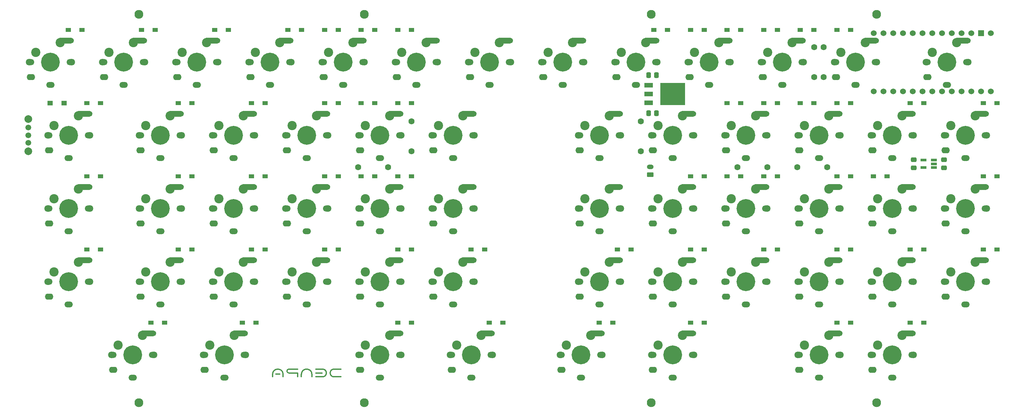
<source format=gbr>
%TF.GenerationSoftware,KiCad,Pcbnew,(6.0.5-0)*%
%TF.CreationDate,2022-06-30T23:22:05+09:00*%
%TF.ProjectId,denpa,64656e70-612e-46b6-9963-61645f706362,1*%
%TF.SameCoordinates,Original*%
%TF.FileFunction,Soldermask,Bot*%
%TF.FilePolarity,Negative*%
%FSLAX46Y46*%
G04 Gerber Fmt 4.6, Leading zero omitted, Abs format (unit mm)*
G04 Created by KiCad (PCBNEW (6.0.5-0)) date 2022-06-30 23:22:05*
%MOMM*%
%LPD*%
G01*
G04 APERTURE LIST*
G04 Aperture macros list*
%AMRoundRect*
0 Rectangle with rounded corners*
0 $1 Rounding radius*
0 $2 $3 $4 $5 $6 $7 $8 $9 X,Y pos of 4 corners*
0 Add a 4 corners polygon primitive as box body*
4,1,4,$2,$3,$4,$5,$6,$7,$8,$9,$2,$3,0*
0 Add four circle primitives for the rounded corners*
1,1,$1+$1,$2,$3*
1,1,$1+$1,$4,$5*
1,1,$1+$1,$6,$7*
1,1,$1+$1,$8,$9*
0 Add four rect primitives between the rounded corners*
20,1,$1+$1,$2,$3,$4,$5,0*
20,1,$1+$1,$4,$5,$6,$7,0*
20,1,$1+$1,$6,$7,$8,$9,0*
20,1,$1+$1,$8,$9,$2,$3,0*%
%AMHorizOval*
0 Thick line with rounded ends*
0 $1 width*
0 $2 $3 position (X,Y) of the first rounded end (center of the circle)*
0 $4 $5 position (X,Y) of the second rounded end (center of the circle)*
0 Add line between two ends*
20,1,$1,$2,$3,$4,$5,0*
0 Add two circle primitives to create the rounded ends*
1,1,$1,$2,$3*
1,1,$1,$4,$5*%
G04 Aperture macros list end*
%ADD10C,0.300000*%
%ADD11R,1.400000X1.000000*%
%ADD12C,1.700000*%
%ADD13C,1.800000*%
%ADD14C,4.900000*%
%ADD15C,2.400000*%
%ADD16O,2.200000X1.600000*%
%ADD17O,2.200000X1.500000*%
%ADD18HorizOval,1.500000X1.449945X0.012653X-1.449945X-0.012653X0*%
%ADD19C,2.300000*%
%ADD20C,1.524000*%
%ADD21R,1.524000X1.524000*%
%ADD22R,2.200000X1.200000*%
%ADD23R,6.400000X5.800000*%
%ADD24RoundRect,0.250000X0.625000X-0.350000X0.625000X0.350000X-0.625000X0.350000X-0.625000X-0.350000X0*%
%ADD25O,1.750000X1.200000*%
%ADD26RoundRect,0.250000X-0.337500X-0.475000X0.337500X-0.475000X0.337500X0.475000X-0.337500X0.475000X0*%
%ADD27RoundRect,0.250000X0.475000X-0.337500X0.475000X0.337500X-0.475000X0.337500X-0.475000X-0.337500X0*%
%ADD28C,1.600000*%
%ADD29R,1.560000X0.650000*%
%ADD30C,2.000000*%
%ADD31C,1.500000*%
%ADD32R,1.440000X1.200000*%
G04 APERTURE END LIST*
D10*
%TO.C,bg-logo*%
X96320000Y-138620000D02*
X94070000Y-138620000D01*
X89820000Y-139995000D02*
X89820000Y-140620000D01*
X101070000Y-138620000D02*
X102820000Y-138620000D01*
X96320000Y-139620000D02*
X96320000Y-140620000D01*
X96320000Y-139620000D02*
X94070000Y-139620000D01*
X101070000Y-139620000D02*
X102695000Y-139620000D01*
X100070000Y-140620000D02*
X100070000Y-139995000D01*
X107570000Y-138620000D02*
X105820000Y-138620000D01*
X97320000Y-140620000D02*
X97320000Y-139995000D01*
X91695000Y-139870000D02*
X90695000Y-139870000D01*
X107570000Y-140620000D02*
X105820000Y-140620000D01*
X92570000Y-139995000D02*
X92570000Y-140620000D01*
X101070000Y-140620000D02*
X102820000Y-140620000D01*
X94070000Y-138620000D02*
G75*
G03*
X94070000Y-139620000I0J-500000D01*
G01*
X92570000Y-139995000D02*
G75*
G03*
X89820000Y-139995000I-1375000J0D01*
G01*
X102820000Y-140620000D02*
G75*
G03*
X102820000Y-138620000I0J1000000D01*
G01*
X100070000Y-139995000D02*
G75*
G03*
X97320000Y-139995000I-1375000J0D01*
G01*
X105820000Y-138620000D02*
G75*
G03*
X105820000Y-140620000I0J-1000000D01*
G01*
%TD*%
D11*
%TO.C,D4*%
X45012500Y-107500000D03*
X41462500Y-107500000D03*
%TD*%
%TO.C,D11*%
X78350000Y-50350000D03*
X74800000Y-50350000D03*
%TD*%
%TO.C,D32*%
X125975000Y-50350000D03*
X122425000Y-50350000D03*
%TD*%
%TO.C,D48*%
X221225000Y-50350000D03*
X217675000Y-50350000D03*
%TD*%
%TO.C,D59*%
X240275000Y-50350000D03*
X236725000Y-50350000D03*
%TD*%
%TO.C,D44*%
X211700000Y-50350000D03*
X208150000Y-50350000D03*
%TD*%
D12*
%TO.C,SW13*%
X84725000Y-96800000D03*
D13*
X85145000Y-96800000D03*
D14*
X79645000Y-96800000D03*
D13*
X74145000Y-96800000D03*
D12*
X74565000Y-96800000D03*
D15*
X75835000Y-94260000D03*
D16*
X74545000Y-100700000D03*
D17*
X79645000Y-102700000D03*
D15*
X82185000Y-91720000D03*
D18*
X83545042Y-91259599D03*
%TD*%
D13*
%TO.C,SW53*%
X256595000Y-96800000D03*
X245595000Y-96800000D03*
D12*
X256175000Y-96800000D03*
D14*
X251095000Y-96800000D03*
D12*
X246015000Y-96800000D03*
D15*
X247285000Y-94260000D03*
D16*
X245995000Y-100700000D03*
D17*
X251095000Y-102700000D03*
D15*
X253635000Y-91720000D03*
D18*
X254995042Y-91259599D03*
%TD*%
D12*
%TO.C,SW12*%
X84725000Y-77750000D03*
D13*
X74145000Y-77750000D03*
D12*
X74565000Y-77750000D03*
D14*
X79645000Y-77750000D03*
D13*
X85145000Y-77750000D03*
D15*
X75835000Y-75210000D03*
D16*
X74545000Y-81650000D03*
D15*
X82185000Y-72670000D03*
D17*
X79645000Y-83650000D03*
D18*
X83545042Y-72209599D03*
%TD*%
D11*
%TO.C,D17*%
X106925000Y-69400000D03*
X103375000Y-69400000D03*
%TD*%
%TO.C,D37*%
X183125000Y-107500000D03*
X179575000Y-107500000D03*
%TD*%
%TO.C,D14*%
X87875000Y-107500000D03*
X84325000Y-107500000D03*
%TD*%
%TO.C,D54*%
X230750000Y-50350000D03*
X227200000Y-50350000D03*
%TD*%
%TO.C,D43*%
X202175000Y-126550000D03*
X198625000Y-126550000D03*
%TD*%
%TO.C,D24*%
X125975000Y-107500000D03*
X122425000Y-107500000D03*
%TD*%
D13*
%TO.C,SW56*%
X270882500Y-58700000D03*
D12*
X260302500Y-58700000D03*
X270462500Y-58700000D03*
D13*
X259882500Y-58700000D03*
D14*
X265382500Y-58700000D03*
D16*
X260282500Y-62600000D03*
D15*
X261572500Y-56160000D03*
D18*
X269282542Y-53159599D03*
D15*
X267922500Y-53620000D03*
D17*
X265382500Y-64600000D03*
%TD*%
D12*
%TO.C,SW30*%
X136477500Y-134900000D03*
D13*
X147057500Y-134900000D03*
D14*
X141557500Y-134900000D03*
D12*
X146637500Y-134900000D03*
D13*
X136057500Y-134900000D03*
D15*
X137747500Y-132360000D03*
D16*
X136457500Y-138800000D03*
D17*
X141557500Y-140800000D03*
D18*
X145457542Y-129359599D03*
D15*
X144097500Y-129820000D03*
%TD*%
D14*
%TO.C,SW21*%
X108220000Y-58700000D03*
D12*
X113300000Y-58700000D03*
D13*
X113720000Y-58700000D03*
X102720000Y-58700000D03*
D12*
X103140000Y-58700000D03*
D15*
X104410000Y-56160000D03*
D16*
X103120000Y-62600000D03*
D18*
X112120042Y-53159599D03*
D17*
X108220000Y-64600000D03*
D15*
X110760000Y-53620000D03*
%TD*%
D13*
%TO.C,SW44*%
X207495000Y-96800000D03*
D14*
X212995000Y-96800000D03*
D13*
X218495000Y-96800000D03*
D12*
X207915000Y-96800000D03*
X218075000Y-96800000D03*
D15*
X209185000Y-94260000D03*
D16*
X207895000Y-100700000D03*
D15*
X215535000Y-91720000D03*
D17*
X212995000Y-102700000D03*
D18*
X216895042Y-91259599D03*
%TD*%
D12*
%TO.C,SW27*%
X141870000Y-77750000D03*
D13*
X131290000Y-77750000D03*
X142290000Y-77750000D03*
D12*
X131710000Y-77750000D03*
D14*
X136790000Y-77750000D03*
D16*
X131690000Y-81650000D03*
D15*
X132980000Y-75210000D03*
D17*
X136790000Y-83650000D03*
D18*
X140690042Y-72209599D03*
D15*
X139330000Y-72670000D03*
%TD*%
D12*
%TO.C,SW6*%
X45990000Y-58700000D03*
D14*
X51070000Y-58700000D03*
D12*
X56150000Y-58700000D03*
D13*
X45570000Y-58700000D03*
X56570000Y-58700000D03*
D15*
X47260000Y-56160000D03*
D16*
X45970000Y-62600000D03*
D15*
X53610000Y-53620000D03*
D18*
X54970042Y-53159599D03*
D17*
X51070000Y-64600000D03*
%TD*%
D11*
%TO.C,D40*%
X221225000Y-69400000D03*
X217675000Y-69400000D03*
%TD*%
D13*
%TO.C,SW23*%
X123245000Y-96800000D03*
D14*
X117745000Y-96800000D03*
D12*
X112665000Y-96800000D03*
X122825000Y-96800000D03*
D13*
X112245000Y-96800000D03*
D15*
X113935000Y-94260000D03*
D16*
X112645000Y-100700000D03*
D15*
X120285000Y-91720000D03*
D17*
X117745000Y-102700000D03*
D18*
X121645042Y-91259599D03*
%TD*%
D13*
%TO.C,SW8*%
X55095000Y-96800000D03*
D12*
X55515000Y-96800000D03*
D13*
X66095000Y-96800000D03*
D14*
X60595000Y-96800000D03*
D12*
X65675000Y-96800000D03*
D16*
X55495000Y-100700000D03*
D15*
X56785000Y-94260000D03*
D18*
X64495042Y-91259599D03*
D17*
X60595000Y-102700000D03*
D15*
X63135000Y-91720000D03*
%TD*%
D11*
%TO.C,D52*%
X240275000Y-126550000D03*
X236725000Y-126550000D03*
%TD*%
%TO.C,D28*%
X125975000Y-88450000D03*
X122425000Y-88450000D03*
%TD*%
D12*
%TO.C,SW4*%
X41862500Y-115850000D03*
D13*
X42282500Y-115850000D03*
D12*
X31702500Y-115850000D03*
D14*
X36782500Y-115850000D03*
D13*
X31282500Y-115850000D03*
D16*
X31682500Y-119750000D03*
D15*
X32972500Y-113310000D03*
D18*
X40682542Y-110309599D03*
D15*
X39322500Y-110770000D03*
D17*
X36782500Y-121750000D03*
%TD*%
D14*
%TO.C,SW43*%
X212990000Y-77750000D03*
D12*
X207910000Y-77750000D03*
X218070000Y-77750000D03*
D13*
X207490000Y-77750000D03*
X218490000Y-77750000D03*
D15*
X209180000Y-75210000D03*
D16*
X207890000Y-81650000D03*
D17*
X212990000Y-83650000D03*
D15*
X215530000Y-72670000D03*
D18*
X216890042Y-72209599D03*
%TD*%
D11*
%TO.C,D23*%
X116450000Y-88450000D03*
X112900000Y-88450000D03*
%TD*%
D12*
%TO.C,SW16*%
X94250000Y-58700000D03*
D14*
X89170000Y-58700000D03*
D12*
X84090000Y-58700000D03*
D13*
X83670000Y-58700000D03*
X94670000Y-58700000D03*
D15*
X85360000Y-56160000D03*
D16*
X84070000Y-62600000D03*
D17*
X89170000Y-64600000D03*
D18*
X93070042Y-53159599D03*
D15*
X91710000Y-53620000D03*
%TD*%
D11*
%TO.C,D2*%
X45012500Y-69400000D03*
X41462500Y-69400000D03*
%TD*%
%TO.C,D58*%
X259325000Y-126550000D03*
X255775000Y-126550000D03*
%TD*%
D13*
%TO.C,SW25*%
X112245000Y-134900000D03*
D14*
X117745000Y-134900000D03*
D12*
X122825000Y-134900000D03*
X112665000Y-134900000D03*
D13*
X123245000Y-134900000D03*
D16*
X112645000Y-138800000D03*
D15*
X113935000Y-132360000D03*
X120285000Y-129820000D03*
D17*
X117745000Y-140800000D03*
D18*
X121645042Y-129359599D03*
%TD*%
D11*
%TO.C,D16*%
X97400000Y-50350000D03*
X93850000Y-50350000D03*
%TD*%
D12*
%TO.C,SW46*%
X217440000Y-58700000D03*
X227600000Y-58700000D03*
D14*
X222520000Y-58700000D03*
D13*
X228020000Y-58700000D03*
X217020000Y-58700000D03*
D16*
X217420000Y-62600000D03*
D15*
X218710000Y-56160000D03*
X225060000Y-53620000D03*
D17*
X222520000Y-64600000D03*
D18*
X226420042Y-53159599D03*
%TD*%
D13*
%TO.C,SW17*%
X104195000Y-77750000D03*
D12*
X103775000Y-77750000D03*
X93615000Y-77750000D03*
D14*
X98695000Y-77750000D03*
D13*
X93195000Y-77750000D03*
D15*
X94885000Y-75210000D03*
D16*
X93595000Y-81650000D03*
D18*
X102595042Y-72209599D03*
D17*
X98695000Y-83650000D03*
D15*
X101235000Y-72670000D03*
%TD*%
D11*
%TO.C,D60*%
X278375000Y-69400000D03*
X274825000Y-69400000D03*
%TD*%
D19*
%TO.C,Ref\u002A\u002A*%
X113745000Y-147350000D03*
%TD*%
D14*
%TO.C,SW18*%
X98695000Y-96800000D03*
D13*
X104195000Y-96800000D03*
D12*
X103775000Y-96800000D03*
D13*
X93195000Y-96800000D03*
D12*
X93615000Y-96800000D03*
D15*
X94885000Y-94260000D03*
D16*
X93595000Y-100700000D03*
D17*
X98695000Y-102700000D03*
D15*
X101235000Y-91720000D03*
D18*
X102595042Y-91259599D03*
%TD*%
D11*
%TO.C,D13*%
X87875000Y-88450000D03*
X84325000Y-88450000D03*
%TD*%
%TO.C,D7*%
X68825000Y-69400000D03*
X65275000Y-69400000D03*
%TD*%
%TO.C,D29*%
X145025000Y-107500000D03*
X141475000Y-107500000D03*
%TD*%
%TO.C,D3*%
X45012500Y-88450000D03*
X41462500Y-88450000D03*
%TD*%
D19*
%TO.C,Ref\u002A\u002A*%
X55070000Y-147350000D03*
%TD*%
D11*
%TO.C,D56*%
X249800000Y-88450000D03*
X246250000Y-88450000D03*
%TD*%
%TO.C,D25*%
X125975000Y-126550000D03*
X122425000Y-126550000D03*
%TD*%
%TO.C,D39*%
X202175000Y-50350000D03*
X198625000Y-50350000D03*
%TD*%
%TO.C,D61*%
X278375000Y-88450000D03*
X274825000Y-88450000D03*
%TD*%
D14*
%TO.C,SW2*%
X36782500Y-77750000D03*
D13*
X31282500Y-77750000D03*
D12*
X31702500Y-77750000D03*
X41862500Y-77750000D03*
D13*
X42282500Y-77750000D03*
D15*
X32972500Y-75210000D03*
D16*
X31682500Y-81650000D03*
D18*
X40682542Y-72209599D03*
D17*
X36782500Y-83650000D03*
D15*
X39322500Y-72670000D03*
%TD*%
D13*
%TO.C,SW41*%
X199445000Y-134900000D03*
D12*
X188865000Y-134900000D03*
D13*
X188445000Y-134900000D03*
D14*
X193945000Y-134900000D03*
D12*
X199025000Y-134900000D03*
D15*
X190135000Y-132360000D03*
D16*
X188845000Y-138800000D03*
D17*
X193945000Y-140800000D03*
D18*
X197845042Y-129359599D03*
D15*
X196485000Y-129820000D03*
%TD*%
D13*
%TO.C,SW33*%
X169390000Y-77750000D03*
X180390000Y-77750000D03*
D12*
X179970000Y-77750000D03*
X169810000Y-77750000D03*
D14*
X174890000Y-77750000D03*
D16*
X169790000Y-81650000D03*
D15*
X171080000Y-75210000D03*
X177430000Y-72670000D03*
D18*
X178790042Y-72209599D03*
D17*
X174890000Y-83650000D03*
%TD*%
D13*
%TO.C,SW10*%
X58951300Y-134900000D03*
D12*
X58531300Y-134900000D03*
D13*
X47951300Y-134900000D03*
D14*
X53451300Y-134900000D03*
D12*
X48371300Y-134900000D03*
D16*
X48351300Y-138800000D03*
D15*
X49641300Y-132360000D03*
X55991300Y-129820000D03*
D17*
X53451300Y-140800000D03*
D18*
X57351342Y-129359599D03*
%TD*%
D11*
%TO.C,D36*%
X202175000Y-88450000D03*
X198625000Y-88450000D03*
%TD*%
D19*
%TO.C,Ref\u002A\u002A*%
X247090000Y-46250000D03*
%TD*%
D13*
%TO.C,SW47*%
X237540000Y-77750000D03*
D12*
X237120000Y-77750000D03*
D14*
X232040000Y-77750000D03*
D12*
X226960000Y-77750000D03*
D13*
X226540000Y-77750000D03*
D15*
X228230000Y-75210000D03*
D16*
X226940000Y-81650000D03*
D17*
X232040000Y-83650000D03*
D18*
X235940042Y-72209599D03*
D15*
X234580000Y-72670000D03*
%TD*%
D11*
%TO.C,D47*%
X221225000Y-107500000D03*
X217675000Y-107500000D03*
%TD*%
D19*
%TO.C,Ref\u002A\u002A*%
X55070000Y-46250000D03*
%TD*%
D11*
%TO.C,D49*%
X240275000Y-69400000D03*
X236725000Y-69400000D03*
%TD*%
D12*
%TO.C,SW19*%
X93615000Y-115850000D03*
D14*
X98695000Y-115850000D03*
D13*
X93195000Y-115850000D03*
X104195000Y-115850000D03*
D12*
X103775000Y-115850000D03*
D15*
X94885000Y-113310000D03*
D16*
X93595000Y-119750000D03*
D17*
X98695000Y-121750000D03*
D15*
X101235000Y-110770000D03*
D18*
X102595042Y-110309599D03*
%TD*%
D11*
%TO.C,D6*%
X59300000Y-50350000D03*
X55750000Y-50350000D03*
%TD*%
D19*
%TO.C,Ref\u002A\u002A*%
X188420000Y-147350000D03*
%TD*%
D12*
%TO.C,SW24*%
X122825000Y-115850000D03*
X112665000Y-115850000D03*
D13*
X112245000Y-115850000D03*
D14*
X117745000Y-115850000D03*
D13*
X123245000Y-115850000D03*
D15*
X113935000Y-113310000D03*
D16*
X112645000Y-119750000D03*
D18*
X121645042Y-110309599D03*
D17*
X117745000Y-121750000D03*
D15*
X120285000Y-110770000D03*
%TD*%
D13*
%TO.C,SW14*%
X85145000Y-115850000D03*
X74145000Y-115850000D03*
D12*
X84725000Y-115850000D03*
X74565000Y-115850000D03*
D14*
X79645000Y-115850000D03*
D15*
X75835000Y-113310000D03*
D16*
X74545000Y-119750000D03*
D17*
X79645000Y-121750000D03*
D18*
X83545042Y-110309599D03*
D15*
X82185000Y-110770000D03*
%TD*%
D12*
%TO.C,SW49*%
X226965000Y-115850000D03*
D14*
X232045000Y-115850000D03*
D13*
X237545000Y-115850000D03*
D12*
X237125000Y-115850000D03*
D13*
X226545000Y-115850000D03*
D16*
X226945000Y-119750000D03*
D15*
X228235000Y-113310000D03*
D18*
X235945042Y-110309599D03*
D15*
X234585000Y-110770000D03*
D17*
X232045000Y-121750000D03*
%TD*%
D13*
%TO.C,SW58*%
X264645000Y-96800000D03*
D12*
X265065000Y-96800000D03*
X275225000Y-96800000D03*
D14*
X270145000Y-96800000D03*
D13*
X275645000Y-96800000D03*
D15*
X266335000Y-94260000D03*
D16*
X265045000Y-100700000D03*
D15*
X272685000Y-91720000D03*
D17*
X270145000Y-102700000D03*
D18*
X274045042Y-91259599D03*
%TD*%
D13*
%TO.C,SW32*%
X159870000Y-58700000D03*
X170870000Y-58700000D03*
D14*
X165370000Y-58700000D03*
D12*
X160290000Y-58700000D03*
X170450000Y-58700000D03*
D15*
X161560000Y-56160000D03*
D16*
X160270000Y-62600000D03*
D17*
X165370000Y-64600000D03*
D18*
X169270042Y-53159599D03*
D15*
X167910000Y-53620000D03*
%TD*%
D13*
%TO.C,SW45*%
X218495000Y-115850000D03*
D14*
X212995000Y-115850000D03*
D13*
X207495000Y-115850000D03*
D12*
X207915000Y-115850000D03*
X218075000Y-115850000D03*
D15*
X209185000Y-113310000D03*
D16*
X207895000Y-119750000D03*
D15*
X215535000Y-110770000D03*
D18*
X216895042Y-110309599D03*
D17*
X212995000Y-121750000D03*
%TD*%
D11*
%TO.C,D10*%
X61681300Y-126550000D03*
X58131300Y-126550000D03*
%TD*%
%TO.C,D42*%
X202175000Y-107500000D03*
X198625000Y-107500000D03*
%TD*%
D12*
%TO.C,SW50*%
X226965000Y-134900000D03*
D13*
X226545000Y-134900000D03*
D14*
X232045000Y-134900000D03*
D12*
X237125000Y-134900000D03*
D13*
X237545000Y-134900000D03*
D16*
X226945000Y-138800000D03*
D15*
X228235000Y-132360000D03*
D18*
X235945042Y-129359599D03*
D15*
X234585000Y-129820000D03*
D17*
X232045000Y-140800000D03*
%TD*%
D11*
%TO.C,D9*%
X68825000Y-107500000D03*
X65275000Y-107500000D03*
%TD*%
%TO.C,D18*%
X106925000Y-88450000D03*
X103375000Y-88450000D03*
%TD*%
D13*
%TO.C,SW15*%
X71763800Y-134900000D03*
D12*
X72183800Y-134900000D03*
X82343800Y-134900000D03*
D13*
X82763800Y-134900000D03*
D14*
X77263800Y-134900000D03*
D16*
X72163800Y-138800000D03*
D15*
X73453800Y-132360000D03*
D17*
X77263800Y-140800000D03*
D18*
X81163842Y-129359599D03*
D15*
X79803800Y-129820000D03*
%TD*%
D11*
%TO.C,D22*%
X116450000Y-69400000D03*
X112900000Y-69400000D03*
%TD*%
%TO.C,D21*%
X106925000Y-50350000D03*
X103375000Y-50350000D03*
%TD*%
D19*
%TO.C,Ref\u002A\u002A*%
X247095000Y-147350000D03*
%TD*%
D12*
%TO.C,SW35*%
X179975000Y-115850000D03*
D13*
X180395000Y-115850000D03*
X169395000Y-115850000D03*
D14*
X174895000Y-115850000D03*
D12*
X169815000Y-115850000D03*
D15*
X171085000Y-113310000D03*
D16*
X169795000Y-119750000D03*
D18*
X178795042Y-110309599D03*
D15*
X177435000Y-110770000D03*
D17*
X174895000Y-121750000D03*
%TD*%
D11*
%TO.C,D46*%
X221225000Y-88450000D03*
X217675000Y-88450000D03*
%TD*%
D13*
%TO.C,SW36*%
X164632500Y-134900000D03*
D12*
X175212500Y-134900000D03*
D14*
X170132500Y-134900000D03*
D13*
X175632500Y-134900000D03*
D12*
X165052500Y-134900000D03*
D15*
X166322500Y-132360000D03*
D16*
X165032500Y-138800000D03*
D17*
X170132500Y-140800000D03*
D18*
X174032542Y-129359599D03*
D15*
X172672500Y-129820000D03*
%TD*%
D14*
%TO.C,SW38*%
X193940000Y-77750000D03*
D13*
X199440000Y-77750000D03*
D12*
X199020000Y-77750000D03*
D13*
X188440000Y-77750000D03*
D12*
X188860000Y-77750000D03*
D15*
X190130000Y-75210000D03*
D16*
X188840000Y-81650000D03*
D17*
X193940000Y-83650000D03*
D15*
X196480000Y-72670000D03*
D18*
X197840042Y-72209599D03*
%TD*%
D11*
%TO.C,D45*%
X230750000Y-69400000D03*
X227200000Y-69400000D03*
%TD*%
%TO.C,D26*%
X116450000Y-50350000D03*
X112900000Y-50350000D03*
%TD*%
%TO.C,D50*%
X240275000Y-88450000D03*
X236725000Y-88450000D03*
%TD*%
D13*
%TO.C,SW28*%
X142295000Y-96800000D03*
D14*
X136795000Y-96800000D03*
D12*
X141875000Y-96800000D03*
D13*
X131295000Y-96800000D03*
D12*
X131715000Y-96800000D03*
D16*
X131695000Y-100700000D03*
D15*
X132985000Y-94260000D03*
D17*
X136795000Y-102700000D03*
D15*
X139335000Y-91720000D03*
D18*
X140695042Y-91259599D03*
%TD*%
D14*
%TO.C,SW42*%
X203470000Y-58700000D03*
D13*
X197970000Y-58700000D03*
X208970000Y-58700000D03*
D12*
X198390000Y-58700000D03*
X208550000Y-58700000D03*
D15*
X199660000Y-56160000D03*
D16*
X198370000Y-62600000D03*
D15*
X206010000Y-53620000D03*
D17*
X203470000Y-64600000D03*
D18*
X207370042Y-53159599D03*
%TD*%
D12*
%TO.C,SW11*%
X75200000Y-58700000D03*
D13*
X75620000Y-58700000D03*
X64620000Y-58700000D03*
D12*
X65040000Y-58700000D03*
D14*
X70120000Y-58700000D03*
D16*
X65020000Y-62600000D03*
D15*
X66310000Y-56160000D03*
D18*
X74020042Y-53159599D03*
D15*
X72660000Y-53620000D03*
D17*
X70120000Y-64600000D03*
%TD*%
D13*
%TO.C,SW1*%
X37520000Y-58700000D03*
D12*
X37100000Y-58700000D03*
X26940000Y-58700000D03*
D13*
X26520000Y-58700000D03*
D14*
X32020000Y-58700000D03*
D16*
X26920000Y-62600000D03*
D15*
X28210000Y-56160000D03*
D18*
X35920042Y-53159599D03*
D17*
X32020000Y-64600000D03*
D15*
X34560000Y-53620000D03*
%TD*%
D12*
%TO.C,SW39*%
X188865000Y-96800000D03*
D14*
X193945000Y-96800000D03*
D13*
X199445000Y-96800000D03*
X188445000Y-96800000D03*
D12*
X199025000Y-96800000D03*
D15*
X190135000Y-94260000D03*
D16*
X188845000Y-100700000D03*
D18*
X197845042Y-91259599D03*
D15*
X196485000Y-91720000D03*
D17*
X193945000Y-102700000D03*
%TD*%
D13*
%TO.C,SW51*%
X247070000Y-58700000D03*
D12*
X246650000Y-58700000D03*
X236490000Y-58700000D03*
D14*
X241570000Y-58700000D03*
D13*
X236070000Y-58700000D03*
D16*
X236470000Y-62600000D03*
D15*
X237760000Y-56160000D03*
D18*
X245470042Y-53159599D03*
D17*
X241570000Y-64600000D03*
D15*
X244110000Y-53620000D03*
%TD*%
D11*
%TO.C,D38*%
X178362500Y-126550000D03*
X174812500Y-126550000D03*
%TD*%
%TO.C,D8*%
X68825000Y-88450000D03*
X65275000Y-88450000D03*
%TD*%
%TO.C,D62*%
X278375000Y-107500000D03*
X274825000Y-107500000D03*
%TD*%
D14*
%TO.C,SW54*%
X251095000Y-115850000D03*
D12*
X256175000Y-115850000D03*
D13*
X256595000Y-115850000D03*
X245595000Y-115850000D03*
D12*
X246015000Y-115850000D03*
D15*
X247285000Y-113310000D03*
D16*
X245995000Y-119750000D03*
D15*
X253635000Y-110770000D03*
D17*
X251095000Y-121750000D03*
D18*
X254995042Y-110309599D03*
%TD*%
D11*
%TO.C,D55*%
X259325000Y-69400000D03*
X255775000Y-69400000D03*
%TD*%
D13*
%TO.C,SW52*%
X245590000Y-77750000D03*
X256590000Y-77750000D03*
D14*
X251090000Y-77750000D03*
D12*
X256170000Y-77750000D03*
X246010000Y-77750000D03*
D16*
X245990000Y-81650000D03*
D15*
X247280000Y-75210000D03*
D17*
X251090000Y-83650000D03*
D15*
X253630000Y-72670000D03*
D18*
X254990042Y-72209599D03*
%TD*%
D11*
%TO.C,D12*%
X87875000Y-69400000D03*
X84325000Y-69400000D03*
%TD*%
D13*
%TO.C,SW31*%
X140820000Y-58700000D03*
D14*
X146320000Y-58700000D03*
D12*
X141240000Y-58700000D03*
X151400000Y-58700000D03*
D13*
X151820000Y-58700000D03*
D15*
X142510000Y-56160000D03*
D16*
X141220000Y-62600000D03*
D15*
X148860000Y-53620000D03*
D17*
X146320000Y-64600000D03*
D18*
X150220042Y-53159599D03*
%TD*%
D13*
%TO.C,SW40*%
X199445000Y-115850000D03*
D14*
X193945000Y-115850000D03*
D12*
X188865000Y-115850000D03*
D13*
X188445000Y-115850000D03*
D12*
X199025000Y-115850000D03*
D16*
X188845000Y-119750000D03*
D15*
X190135000Y-113310000D03*
D18*
X197845042Y-110309599D03*
D17*
X193945000Y-121750000D03*
D15*
X196485000Y-110770000D03*
%TD*%
D12*
%TO.C,SW26*%
X132350000Y-58700000D03*
D13*
X132770000Y-58700000D03*
X121770000Y-58700000D03*
D12*
X122190000Y-58700000D03*
D14*
X127270000Y-58700000D03*
D16*
X122170000Y-62600000D03*
D15*
X123460000Y-56160000D03*
X129810000Y-53620000D03*
D17*
X127270000Y-64600000D03*
D18*
X131170042Y-53159599D03*
%TD*%
D11*
%TO.C,D15*%
X85493800Y-126550000D03*
X81943800Y-126550000D03*
%TD*%
%TO.C,D35*%
X211700000Y-69400000D03*
X208150000Y-69400000D03*
%TD*%
%TO.C,D19*%
X106925000Y-107500000D03*
X103375000Y-107500000D03*
%TD*%
%TO.C,D1*%
X40250000Y-50350000D03*
X36700000Y-50350000D03*
%TD*%
%TO.C,D57*%
X259325000Y-107500000D03*
X255775000Y-107500000D03*
%TD*%
%TO.C,D30*%
X149787500Y-126550000D03*
X146237500Y-126550000D03*
%TD*%
D12*
%TO.C,SW29*%
X131715000Y-115850000D03*
D13*
X142295000Y-115850000D03*
D12*
X141875000Y-115850000D03*
D14*
X136795000Y-115850000D03*
D13*
X131295000Y-115850000D03*
D16*
X131695000Y-119750000D03*
D15*
X132985000Y-113310000D03*
X139335000Y-110770000D03*
D18*
X140695042Y-110309599D03*
D17*
X136795000Y-121750000D03*
%TD*%
D11*
%TO.C,D34*%
X192650000Y-50350000D03*
X189100000Y-50350000D03*
%TD*%
%TO.C,D27*%
X125975000Y-69400000D03*
X122425000Y-69400000D03*
%TD*%
D13*
%TO.C,SW57*%
X264640000Y-77750000D03*
D12*
X265060000Y-77750000D03*
X275220000Y-77750000D03*
D14*
X270140000Y-77750000D03*
D13*
X275640000Y-77750000D03*
D15*
X266330000Y-75210000D03*
D16*
X265040000Y-81650000D03*
D15*
X272680000Y-72670000D03*
D17*
X270140000Y-83650000D03*
D18*
X274040042Y-72209599D03*
%TD*%
D12*
%TO.C,SW48*%
X237125000Y-96800000D03*
D14*
X232045000Y-96800000D03*
D13*
X237545000Y-96800000D03*
X226545000Y-96800000D03*
D12*
X226965000Y-96800000D03*
D15*
X228235000Y-94260000D03*
D16*
X226945000Y-100700000D03*
D15*
X234585000Y-91720000D03*
D17*
X232045000Y-102700000D03*
D18*
X235945042Y-91259599D03*
%TD*%
D13*
%TO.C,SW59*%
X264645000Y-115850000D03*
D12*
X275225000Y-115850000D03*
D14*
X270145000Y-115850000D03*
D13*
X275645000Y-115850000D03*
D12*
X265065000Y-115850000D03*
D15*
X266335000Y-113310000D03*
D16*
X265045000Y-119750000D03*
D18*
X274045042Y-110309599D03*
D15*
X272685000Y-110770000D03*
D17*
X270145000Y-121750000D03*
%TD*%
D12*
%TO.C,SW22*%
X122825000Y-77750000D03*
D13*
X112245000Y-77750000D03*
D14*
X117745000Y-77750000D03*
D13*
X123245000Y-77750000D03*
D12*
X112665000Y-77750000D03*
D16*
X112645000Y-81650000D03*
D15*
X113935000Y-75210000D03*
D18*
X121645042Y-72209599D03*
D15*
X120285000Y-72670000D03*
D17*
X117745000Y-83650000D03*
%TD*%
D12*
%TO.C,SW9*%
X65675000Y-115850000D03*
D14*
X60595000Y-115850000D03*
D13*
X66095000Y-115850000D03*
D12*
X55515000Y-115850000D03*
D13*
X55095000Y-115850000D03*
D15*
X56785000Y-113310000D03*
D16*
X55495000Y-119750000D03*
D15*
X63135000Y-110770000D03*
D17*
X60595000Y-121750000D03*
D18*
X64495042Y-110309599D03*
%TD*%
D12*
%TO.C,SW3*%
X41862500Y-96800000D03*
D13*
X42282500Y-96800000D03*
D12*
X31702500Y-96800000D03*
D13*
X31282500Y-96800000D03*
D14*
X36782500Y-96800000D03*
D15*
X32972500Y-94260000D03*
D16*
X31682500Y-100700000D03*
D15*
X39322500Y-91720000D03*
D17*
X36782500Y-102700000D03*
D18*
X40682542Y-91259599D03*
%TD*%
D19*
%TO.C,Ref\u002A\u002A*%
X113745000Y-46250000D03*
%TD*%
D11*
%TO.C,D41*%
X211700000Y-88450000D03*
X208150000Y-88450000D03*
%TD*%
D14*
%TO.C,SW34*%
X174895000Y-96800000D03*
D12*
X179975000Y-96800000D03*
D13*
X180395000Y-96800000D03*
X169395000Y-96800000D03*
D12*
X169815000Y-96800000D03*
D15*
X171085000Y-94260000D03*
D16*
X169795000Y-100700000D03*
D15*
X177435000Y-91720000D03*
D18*
X178795042Y-91259599D03*
D17*
X174895000Y-102700000D03*
%TD*%
D12*
%TO.C,SW7*%
X55510000Y-77750000D03*
D13*
X55090000Y-77750000D03*
X66090000Y-77750000D03*
D12*
X65670000Y-77750000D03*
D14*
X60590000Y-77750000D03*
D16*
X55490000Y-81650000D03*
D15*
X56780000Y-75210000D03*
D17*
X60590000Y-83650000D03*
D15*
X63130000Y-72670000D03*
D18*
X64490042Y-72209599D03*
%TD*%
D12*
%TO.C,SW55*%
X246015000Y-134900000D03*
D13*
X256595000Y-134900000D03*
D12*
X256175000Y-134900000D03*
D13*
X245595000Y-134900000D03*
D14*
X251095000Y-134900000D03*
D15*
X247285000Y-132360000D03*
D16*
X245995000Y-138800000D03*
D18*
X254995042Y-129359599D03*
D15*
X253635000Y-129820000D03*
D17*
X251095000Y-140800000D03*
%TD*%
D13*
%TO.C,SW37*%
X189920000Y-58700000D03*
D12*
X179340000Y-58700000D03*
X189500000Y-58700000D03*
D13*
X178920000Y-58700000D03*
D14*
X184420000Y-58700000D03*
D15*
X180610000Y-56160000D03*
D16*
X179320000Y-62600000D03*
D18*
X188320042Y-53159599D03*
D15*
X186960000Y-53620000D03*
D17*
X184420000Y-64600000D03*
%TD*%
D11*
%TO.C,D51*%
X240275000Y-107500000D03*
X236725000Y-107500000D03*
%TD*%
D20*
%TO.C,U1*%
X276808000Y-51141400D03*
D21*
X274268000Y-51141400D03*
D20*
X271728000Y-51141400D03*
X269188000Y-51141400D03*
X266648000Y-51141400D03*
X264108000Y-51141400D03*
X261568000Y-51141400D03*
X259028000Y-51141400D03*
X256488000Y-51141400D03*
X253948000Y-51141400D03*
X251408000Y-51141400D03*
X248868000Y-51141400D03*
X246328000Y-51141400D03*
X246328000Y-66361400D03*
X248868000Y-66361400D03*
X251408000Y-66361400D03*
X253948000Y-66361400D03*
X256488000Y-66361400D03*
X259028000Y-66361400D03*
X261568000Y-66361400D03*
X264108000Y-66361400D03*
X266648000Y-66361400D03*
X269188000Y-66361400D03*
X271728000Y-66361400D03*
X274268000Y-66361400D03*
X276808000Y-66361400D03*
%TD*%
D19*
%TO.C,Ref\u002A\u002A*%
X188420000Y-46250000D03*
%TD*%
D22*
%TO.C,U3*%
X187675000Y-69280000D03*
D23*
X193975000Y-67000000D03*
D22*
X187675000Y-67000000D03*
X187675000Y-64720000D03*
%TD*%
D24*
%TO.C,J1*%
X188125000Y-88000000D03*
D25*
X188125000Y-86000000D03*
%TD*%
D26*
%TO.C,C4*%
X187687500Y-62130000D03*
X189762500Y-62130000D03*
%TD*%
D27*
%TO.C,C1*%
X256715000Y-86227500D03*
X256715000Y-84152500D03*
%TD*%
D28*
%TO.C,R2*%
X185665000Y-74100000D03*
X185665000Y-81900000D03*
%TD*%
D29*
%TO.C,U2*%
X261945000Y-84240000D03*
X261945000Y-85190000D03*
X261945000Y-86140000D03*
X259245000Y-86140000D03*
X259245000Y-84240000D03*
%TD*%
D28*
%TO.C,R4*%
X230795000Y-54800000D03*
X230795000Y-62600000D03*
%TD*%
%TO.C,R6*%
X210815000Y-86040000D03*
X218615000Y-86040000D03*
%TD*%
%TO.C,R7*%
X226415000Y-86040000D03*
X234215000Y-86040000D03*
%TD*%
D26*
%TO.C,C3*%
X187697500Y-72030000D03*
X189772500Y-72030000D03*
%TD*%
D28*
%TO.C,R5*%
X126000000Y-81900000D03*
X126000000Y-74100000D03*
%TD*%
%TO.C,R3*%
X233285000Y-62600000D03*
X233285000Y-54800000D03*
%TD*%
D30*
%TO.C,SW5*%
X26225000Y-81940000D03*
X26225000Y-73540000D03*
D31*
X26225000Y-79740000D03*
X26225000Y-77740000D03*
X26225000Y-75740000D03*
%TD*%
D27*
%TO.C,C2*%
X264615000Y-86227500D03*
X264615000Y-84152500D03*
%TD*%
D28*
%TO.C,R1*%
X119920000Y-86040000D03*
X112120000Y-86040000D03*
%TD*%
D32*
%TO.C,D53*%
X31892500Y-69400000D03*
X35532500Y-69400000D03*
%TD*%
M02*

</source>
